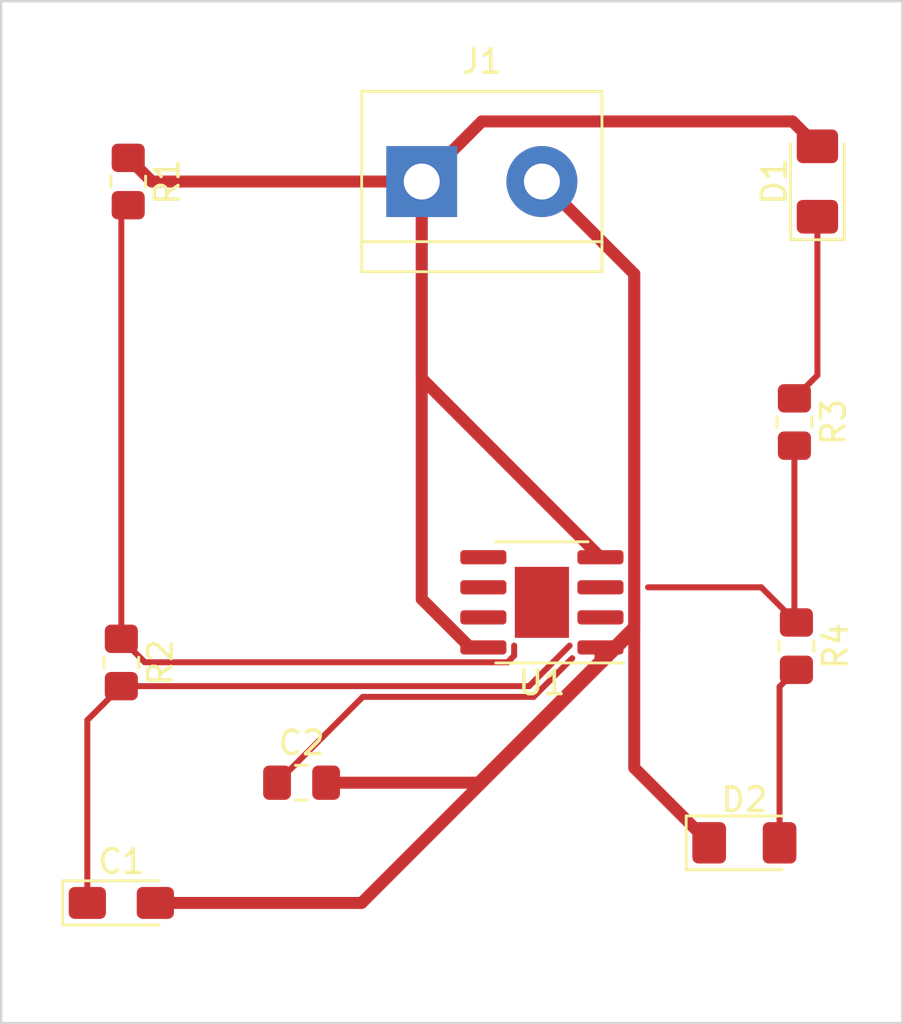
<source format=kicad_pcb>
(kicad_pcb (version 20211014) (generator pcbnew)
  (layers (0 "F.Cu" signal) (31 "B.Cu" signal) (34 "B.Paste" user) (35 "F.Paste" user) (36 "B.SilkS" user "B.Silkscreen") (37 "F.SilkS" user "F.Silkscreen") (38 "B.Mask" user) (39 "F.Mask" user) (44 "Edge.Cuts" user))
  (net 0 "")
  (net 1 "/pin_2")
  (net 2 "GND")
  (net 3 "Net-(C2-Pad1)")
  (net 4 "Net-(D1-Pad1)")
  (net 5 "+9V")
  (net 6 "Net-(D2-Pad2)")
  (net 7 "/pin_7")
  (net 8 "/pin_3")
  (footprint "LED_SMD:LED_1206_3216Metric_Pad1.42x1.75mm_HandSolder" (layer "F.Cu") (at 153.8875 86.36 90)
    (fp_text reference "D1" (at 0 -1.82 90) (layer "F.SilkS"))
    (fp_text value "LED")
    (fp_line (start -2.46 1.135) (end 1.6 1.135) (layer "F.SilkS") (width 0.12))
    (fp_line (start 1.6 -1.135) (end -2.46 -1.135) (layer "F.SilkS") (width 0.12))
    (fp_line (start -2.46 -1.135) (end -2.46 1.135) (layer "F.SilkS") (width 0.12))
    (pad "1" smd roundrect (at -1.4875 0 90) (size 1.425 1.75) (layers "F.Cu" "F.Paste" "F.Mask") (roundrect_rratio 0.175439) (net 4 "Net-(D1-Pad1)"))
    (pad "2" smd roundrect (at 1.4875 0 90) (size 1.425 1.75) (layers "F.Cu" "F.Paste" "F.Mask") (roundrect_rratio 0.175439) (net 5 "+9V"))
  )
  (footprint "Resistor_SMD:R_0805_2012Metric_Pad1.20x1.40mm_HandSolder" (layer "F.Cu") (at 124.75 86.36 -90)
    (fp_text reference "R1" (at 0 -1.65 90) (layer "F.SilkS"))
    (fp_text value "1000 Ω")
    (fp_line (start -0.227064 0.735) (end 0.227064 0.735) (layer "F.SilkS") (width 0.12))
    (fp_line (start -0.227064 -0.735) (end 0.227064 -0.735) (layer "F.SilkS") (width 0.12))
    (pad "1" smd roundrect (at -1 0 270) (size 1.2 1.4) (layers "F.Cu" "F.Paste" "F.Mask") (roundrect_rratio 0.208333) (net 5 "+9V"))
    (pad "2" smd roundrect (at 1 0 270) (size 1.2 1.4) (layers "F.Cu" "F.Paste" "F.Mask") (roundrect_rratio 0.208333) (net 7 "/pin_7"))
  )
  (footprint "Resistor_SMD:R_0805_2012Metric_Pad1.20x1.40mm_HandSolder" (layer "F.Cu") (at 152.915 96.52 -90)
    (fp_text reference "R3" (at 0 -1.65 90) (layer "F.SilkS"))
    (fp_text value "1000 Ω")
    (fp_line (start -0.227064 0.735) (end 0.227064 0.735) (layer "F.SilkS") (width 0.12))
    (fp_line (start -0.227064 -0.735) (end 0.227064 -0.735) (layer "F.SilkS") (width 0.12))
    (pad "1" smd roundrect (at -1 0 270) (size 1.2 1.4) (layers "F.Cu" "F.Paste" "F.Mask") (roundrect_rratio 0.208333) (net 4 "Net-(D1-Pad1)"))
    (pad "2" smd roundrect (at 1 0 270) (size 1.2 1.4) (layers "F.Cu" "F.Paste" "F.Mask") (roundrect_rratio 0.208333) (net 8 "/pin_3"))
  )
  (footprint "LED_SMD:LED_1206_3216Metric_Pad1.42x1.75mm_HandSolder" (layer "F.Cu") (at 150.8 114.3)
    (fp_text reference "D2" (at 0 -1.82) (layer "F.SilkS"))
    (fp_text value "LED")
    (fp_line (start -2.46 -1.135) (end -2.46 1.135) (layer "F.SilkS") (width 0.12))
    (fp_line (start 1.6 -1.135) (end -2.46 -1.135) (layer "F.SilkS") (width 0.12))
    (fp_line (start -2.46 1.135) (end 1.6 1.135) (layer "F.SilkS") (width 0.12))
    (pad "1" smd roundrect (at -1.4875 0) (size 1.425 1.75) (layers "F.Cu" "F.Paste" "F.Mask") (roundrect_rratio 0.175439) (net 2 "GND"))
    (pad "2" smd roundrect (at 1.4875 0) (size 1.425 1.75) (layers "F.Cu" "F.Paste" "F.Mask") (roundrect_rratio 0.175439) (net 6 "Net-(D2-Pad2)"))
  )
  (footprint "Package_SO:SOIC-8-1EP_3.9x4.9mm_P1.27mm_EP2.29x3mm" (layer "F.Cu") (at 142.24 104.14 180)
    (fp_text reference "U1" (at 0 -3.4) (layer "F.SilkS"))
    (fp_text value "NE555D")
    (fp_line (start 0 -2.56) (end -3.45 -2.56) (layer "F.SilkS") (width 0.12))
    (fp_line (start 0 -2.56) (end 1.95 -2.56) (layer "F.SilkS") (width 0.12))
    (fp_line (start 0 2.56) (end -1.95 2.56) (layer "F.SilkS") (width 0.12))
    (fp_line (start 0 2.56) (end 1.95 2.56) (layer "F.SilkS") (width 0.12))
    (pad "1" smd roundrect (at -2.475 -1.905 180) (size 1.95 0.6) (layers "F.Cu" "F.Paste" "F.Mask") (net 2 "GND"))
    (pad "2" smd roundrect (at -2.475 -0.635 180) (size 1.95 0.6) (layers "F.Cu" "F.Paste" "F.Mask") (net 1 "/pin_2"))
    (pad "3" smd roundrect (at -2.475 0.635 180) (size 1.95 0.6) (layers "F.Cu" "F.Paste" "F.Mask") (net 8 "/pin_3"))
    (pad "4" smd roundrect (at -2.475 1.905 180) (size 1.95 0.6) (layers "F.Cu" "F.Paste" "F.Mask") (net 5 "+9V"))
    (pad "5" smd roundrect (at 2.475 1.905 180) (size 1.95 0.6) (layers "F.Cu" "F.Paste" "F.Mask") (net 3 "Net-(C2-Pad1)"))
    (pad "6" smd roundrect (at 2.475 0.635 180) (size 1.95 0.6) (layers "F.Cu" "F.Paste" "F.Mask") (net 1 "/pin_2"))
    (pad "7" smd roundrect (at 2.475 -0.635 180) (size 1.95 0.6) (layers "F.Cu" "F.Paste" "F.Mask") (net 7 "/pin_7"))
    (pad "8" smd roundrect (at 2.475 -1.905 180) (size 1.95 0.6) (layers "F.Cu" "F.Paste" "F.Mask") (net 5 "+9V"))
    (pad "9" smd rect (at 0 0 180) (size 2.29 3) (layers "F.Cu" "F.Mask"))
  )
  (footprint "Resistor_SMD:R_0805_2012Metric_Pad1.20x1.40mm_HandSolder" (layer "F.Cu") (at 124.46 106.68 -90)
    (fp_text reference "R2" (at 0 -1.65 90) (layer "F.SilkS"))
    (fp_text value "10000 Ω")
    (fp_line (start -0.227064 -0.735) (end 0.227064 -0.735) (layer "F.SilkS") (width 0.12))
    (fp_line (start -0.227064 0.735) (end 0.227064 0.735) (layer "F.SilkS") (width 0.12))
    (pad "1" smd roundrect (at -1 0 270) (size 1.2 1.4) (layers "F.Cu" "F.Paste" "F.Mask") (roundrect_rratio 0.208333) (net 7 "/pin_7"))
    (pad "2" smd roundrect (at 1 0 270) (size 1.2 1.4) (layers "F.Cu" "F.Paste" "F.Mask") (roundrect_rratio 0.208333) (net 1 "/pin_2"))
  )
  (footprint "TerminalBlock:TerminalBlock_bornier-2_P5.08mm" (layer "F.Cu") (at 137.16 86.36)
    (fp_text reference "J1" (at 2.54 -5.08) (layer "F.SilkS"))
    (fp_text value "9V")
    (fp_line (start -2.54 -3.81) (end -2.54 3.81) (layer "F.SilkS") (width 0.12))
    (fp_line (start 7.62 2.54) (end -2.54 2.54) (layer "F.SilkS") (width 0.12))
    (fp_line (start 7.62 -3.81) (end -2.54 -3.81) (layer "F.SilkS") (width 0.12))
    (fp_line (start 7.62 3.81) (end 7.62 -3.81) (layer "F.SilkS") (width 0.12))
    (fp_line (start -2.54 3.81) (end 7.62 3.81) (layer "F.SilkS") (width 0.12))
    (pad "1" thru_hole rect (at 0 0) (size 3 3) (drill 1.52) (layers *.Cu *.Mask) (net 5 "+9V"))
    (pad "2" thru_hole circle (at 5.08 0) (size 3 3) (drill 1.52) (layers *.Cu *.Mask) (net 2 "GND"))
  )
  (footprint "Capacitor_Tantalum_SMD:CP_EIA-3216-18_Kemet-A_Pad1.58x1.35mm_HandSolder" (layer "F.Cu") (at 124.46 116.84)
    (fp_text reference "C1" (at 0 -1.75) (layer "F.SilkS"))
    (fp_text value "10 µF")
    (fp_line (start -2.485 -0.935) (end -2.485 0.935) (layer "F.SilkS") (width 0.12))
    (fp_line (start -2.485 0.935) (end 1.6 0.935) (layer "F.SilkS") (width 0.12))
    (fp_line (start 1.6 -0.935) (end -2.485 -0.935) (layer "F.SilkS") (width 0.12))
    (pad "1" smd roundrect (at -1.4375 0) (size 1.575 1.35) (layers "F.Cu" "F.Paste" "F.Mask") (roundrect_rratio 0.185185) (net 1 "/pin_2"))
    (pad "2" smd roundrect (at 1.4375 0) (size 1.575 1.35) (layers "F.Cu" "F.Paste" "F.Mask") (roundrect_rratio 0.185185) (net 2 "GND"))
  )
  (footprint "Resistor_SMD:R_0805_2012Metric_Pad1.20x1.40mm_HandSolder" (layer "F.Cu") (at 153 105.99 -90)
    (fp_text reference "R4" (at 0 -1.65 90) (layer "F.SilkS"))
    (fp_text value "1000 Ω")
    (fp_line (start -0.227064 -0.735) (end 0.227064 -0.735) (layer "F.SilkS") (width 0.12))
    (fp_line (start -0.227064 0.735) (end 0.227064 0.735) (layer "F.SilkS") (width 0.12))
    (pad "1" smd roundrect (at -1 0 270) (size 1.2 1.4) (layers "F.Cu" "F.Paste" "F.Mask") (roundrect_rratio 0.208333) (net 8 "/pin_3"))
    (pad "2" smd roundrect (at 1 0 270) (size 1.2 1.4) (layers "F.Cu" "F.Paste" "F.Mask") (roundrect_rratio 0.208333) (net 6 "Net-(D2-Pad2)"))
  )
  (footprint "Capacitor_SMD:C_0805_2012Metric_Pad1.18x1.45mm_HandSolder" (layer "F.Cu") (at 132.08 111.76)
    (fp_text reference "C2" (at 0 -1.68) (layer "F.SilkS"))
    (fp_text value "0.01 µF")
    (fp_line (start -0.261252 -0.735) (end 0.261252 -0.735) (layer "F.SilkS") (width 0.12))
    (fp_line (start -0.261252 0.735) (end 0.261252 0.735) (layer "F.SilkS") (width 0.12))
    (pad "1" smd roundrect (at -1.0375 0) (size 1.175 1.45) (layers "F.Cu" "F.Paste" "F.Mask") (roundrect_rratio 0.212766) (net 3 "Net-(C2-Pad1)"))
    (pad "2" smd roundrect (at 1.0375 0) (size 1.175 1.45) (layers "F.Cu" "F.Paste" "F.Mask") (roundrect_rratio 0.212766) (net 2 "GND"))
  )
  (gr_rect (start 119.38 78.74) (end 157.48 121.92) (layer "Edge.Cuts") (width 0.1) (fill none))
  (segment (start 141.7 107.68) (end 143.413 105.967) (width 0.254) (layer "F.Cu") (net 1))
  (segment (start 123.0225 116.84) (end 123.0225 109.1175) (width 0.254) (layer "F.Cu") (net 1))
  (segment (start 123.0225 109.1175) (end 124.46 107.68) (width 0.254) (layer "F.Cu") (net 1))
  (segment (start 124.46 107.68) (end 141.7 107.68) (width 0.254) (layer "F.Cu") (net 1))
  (segment (start 146.144 111.1315) (end 149.3125 114.3) (width 0.508) (layer "F.Cu") (net 2))
  (segment (start 144.78 106.68) (end 144.715 106.615) (width 0.508) (layer "F.Cu") (net 2))
  (segment (start 139.559185 111.76) (end 133.1175 111.76) (width 0.508) (layer "F.Cu") (net 2))
  (segment (start 146.144 105.316) (end 134.62 116.84) (width 0.508) (layer "F.Cu") (net 2))
  (segment (start 146.144 105.175185) (end 139.559185 111.76) (width 0.508) (layer "F.Cu") (net 2))
  (segment (start 142.24 86.36) (end 146.144 90.264) (width 0.508) (layer "F.Cu") (net 2))
  (segment (start 146.144 90.264) (end 146.144 105.316) (width 0.508) (layer "F.Cu") (net 2))
  (segment (start 144.715 106.615) (end 144.715 106.045) (width 0.508) (layer "F.Cu") (net 2))
  (segment (start 146.144 90.264) (end 146.144 105.175185) (width 0.508) (layer "F.Cu") (net 2))
  (segment (start 146.144 90.264) (end 146.144 111.1315) (width 0.508) (layer "F.Cu") (net 2))
  (segment (start 134.62 116.84) (end 125.8975 116.84) (width 0.508) (layer "F.Cu") (net 2))
  (segment (start 146.144 105.316) (end 144.78 106.68) (width 0.508) (layer "F.Cu") (net 2))
  (segment (start 134.6685 108.134) (end 141.888052 108.134) (width 0.254) (layer "F.Cu") (net 3))
  (segment (start 141.888052 108.134) (end 143.521236 106.500816) (width 0.254) (layer "F.Cu") (net 3))
  (segment (start 131.0425 111.76) (end 134.6685 108.134) (width 0.254) (layer "F.Cu") (net 3))
  (segment (start 153.8875 94.5475) (end 152.915 95.52) (width 0.254) (layer "F.Cu") (net 4))
  (segment (start 153.8875 87.8475) (end 153.8875 94.5475) (width 0.254) (layer "F.Cu") (net 4))
  (segment (start 137.16 86.36) (end 139.7 83.82) (width 0.508) (layer "F.Cu") (net 5))
  (segment (start 152.835 83.82) (end 153.8875 84.8725) (width 0.508) (layer "F.Cu") (net 5))
  (segment (start 137.16 86.36) (end 137.16 103.999185) (width 0.508) (layer "F.Cu") (net 5))
  (segment (start 124.75 85.36) (end 125.75 86.36) (width 0.508) (layer "F.Cu") (net 5))
  (segment (start 137.16 94.68) (end 144.715 102.235) (width 0.508) (layer "F.Cu") (net 5))
  (segment (start 137.16 103.999185) (end 139.205815 106.045) (width 0.508) (layer "F.Cu") (net 5))
  (segment (start 125.75 86.36) (end 137.16 86.36) (width 0.508) (layer "F.Cu") (net 5))
  (segment (start 139.205815 106.045) (end 139.765 106.045) (width 0.508) (layer "F.Cu") (net 5))
  (segment (start 137.16 86.36) (end 137.16 94.68) (width 0.508) (layer "F.Cu") (net 5))
  (segment (start 139.7 83.82) (end 152.835 83.82) (width 0.508) (layer "F.Cu") (net 5))
  (segment (start 153 106.99) (end 152.2875 107.7025) (width 0.254) (layer "F.Cu") (net 6))
  (segment (start 152.2875 107.7025) (end 152.2875 114.3) (width 0.254) (layer "F.Cu") (net 6))
  (segment (start 124.46 105.68) (end 125.452 106.672) (width 0.254) (layer "F.Cu") (net 7))
  (segment (start 124.46 87.65) (end 124.75 87.36) (width 0.254) (layer "F.Cu") (net 7))
  (segment (start 124.46 105.68) (end 124.46 87.65) (width 0.254) (layer "F.Cu") (net 7))
  (segment (start 141.067 106.39258) (end 141.067 105.967) (width 0.254) (layer "F.Cu") (net 7))
  (segment (start 140.78758 106.672) (end 141.067 106.39258) (width 0.254) (layer "F.Cu") (net 7))
  (segment (start 125.452 106.672) (end 140.78758 106.672) (width 0.254) (layer "F.Cu") (net 7))
  (segment (start 152.915 97.52) (end 152.915 104.905) (width 0.254) (layer "F.Cu") (net 8))
  (segment (start 151.515 103.505) (end 146.725 103.505) (width 0.254) (layer "F.Cu") (net 8))
  (segment (start 153 104.99) (end 151.515 103.505) (width 0.254) (layer "F.Cu") (net 8))
  (segment (start 152.915 104.905) (end 153 104.99) (width 0.254) (layer "F.Cu") (net 8))
)
</source>
